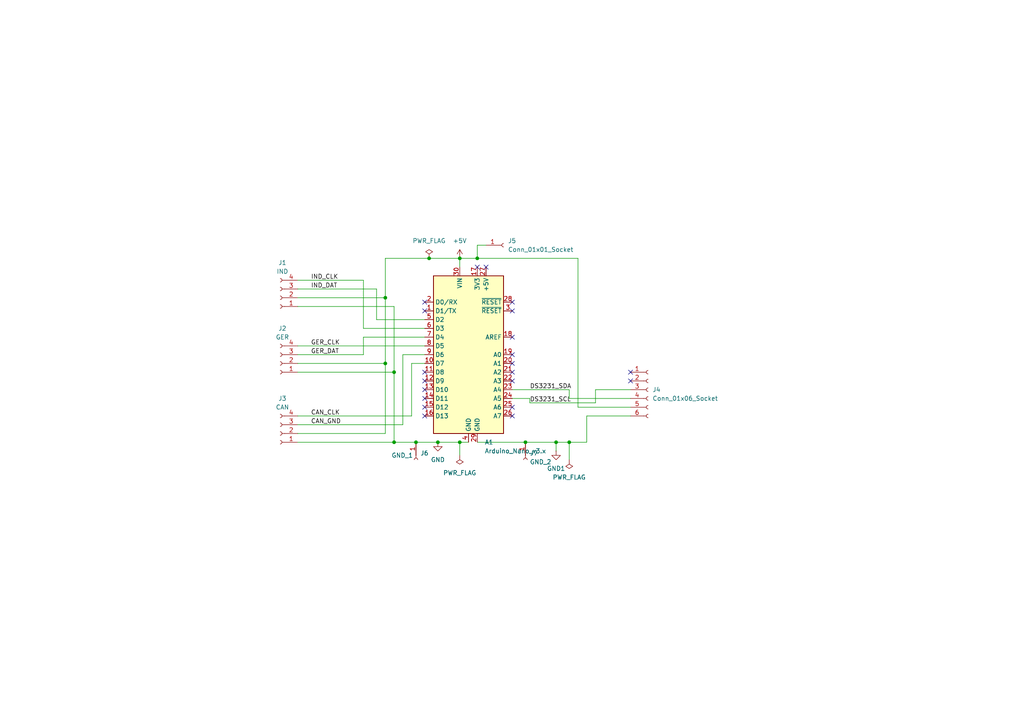
<source format=kicad_sch>
(kicad_sch (version 20250114) (generator "eeschema") (generator_version "9.0")
  (paper "A4")
  (title_block (title "Multi-Clock-Arduino") (date "2025-10-19") (rev "0.1"))
  (lib_symbols
    (symbol "Connector:Conn_01x01_Socket" (pin_names (offset 1.016) (hide yes))
      (property "Reference" "J" (at 0 2.54 0))
      (property "Value" "Conn_01x01_Socket" (at 0 -2.54 0))
      (symbol "Conn_01x01_Socket_1_1"
        (polyline (pts (xy -1.27 0) (xy -0.508 0)) (stroke (width 0.1524)))
        (arc (start 0 -0.508) (mid -0.5058 0) (end 0 0.508) (stroke (width 0.1524)))
        (pin passive line (at -5.08 0 0) (length 3.81) (name "Pin_1") (number "1"))
      )
    )
    (symbol "Connector:Conn_01x04_Socket" (pin_names (offset 1.016) (hide yes))
      (property "Reference" "J" (at 0 5.08 0))
      (property "Value" "Conn_01x04_Socket" (at 0 -7.62 0))
      (symbol "Conn_01x04_Socket_1_1"
        (polyline (pts (xy -1.27 2.54) (xy -0.508 2.54)) (stroke (width 0.1524)))
        (polyline (pts (xy -1.27 0) (xy -0.508 0)) (stroke (width 0.1524)))
        (polyline (pts (xy -1.27 -2.54) (xy -0.508 -2.54)) (stroke (width 0.1524)))
        (polyline (pts (xy -1.27 -5.08) (xy -0.508 -5.08)) (stroke (width 0.1524)))
        (arc (start 0 2.032) (mid -0.5058 2.54) (end 0 3.048) (stroke (width 0.1524)))
        (arc (start 0 -0.508) (mid -0.5058 0) (end 0 0.508) (stroke (width 0.1524)))
        (arc (start 0 -3.048) (mid -0.5058 -2.54) (end 0 -2.032) (stroke (width 0.1524)))
        (arc (start 0 -5.588) (mid -0.5058 -5.08) (end 0 -4.572) (stroke (width 0.1524)))
        (pin passive line (at -5.08 2.54 0) (length 3.81) (name "Pin_1") (number "1"))
        (pin passive line (at -5.08 0 0) (length 3.81) (name "Pin_2") (number "2"))
        (pin passive line (at -5.08 -2.54 0) (length 3.81) (name "Pin_3") (number "3"))
        (pin passive line (at -5.08 -5.08 0) (length 3.81) (name "Pin_4") (number "4"))
      )
    )
    (symbol "Connector:Conn_01x06_Socket" (pin_names (offset 1.016) (hide yes))
      (property "Reference" "J" (at 0 7.62 0))
      (property "Value" "Conn_01x06_Socket" (at 0 -10.16 0))
      (symbol "Conn_01x06_Socket_1_1"
        (polyline (pts (xy -1.27 5.08) (xy -0.508 5.08)) (stroke (width 0.1524)))
        (polyline (pts (xy -1.27 2.54) (xy -0.508 2.54)) (stroke (width 0.1524)))
        (polyline (pts (xy -1.27 0) (xy -0.508 0)) (stroke (width 0.1524)))
        (polyline (pts (xy -1.27 -2.54) (xy -0.508 -2.54)) (stroke (width 0.1524)))
        (polyline (pts (xy -1.27 -5.08) (xy -0.508 -5.08)) (stroke (width 0.1524)))
        (polyline (pts (xy -1.27 -7.62) (xy -0.508 -7.62)) (stroke (width 0.1524)))
        (arc (start 0 4.572) (mid -0.5058 5.08) (end 0 5.588) (stroke (width 0.1524)))
        (arc (start 0 2.032) (mid -0.5058 2.54) (end 0 3.048) (stroke (width 0.1524)))
        (arc (start 0 -0.508) (mid -0.5058 0) (end 0 0.508) (stroke (width 0.1524)))
        (arc (start 0 -3.048) (mid -0.5058 -2.54) (end 0 -2.032) (stroke (width 0.1524)))
        (arc (start 0 -5.588) (mid -0.5058 -5.08) (end 0 -4.572) (stroke (width 0.1524)))
        (arc (start 0 -8.128) (mid -0.5058 -7.62) (end 0 -7.112) (stroke (width 0.1524)))
        (pin passive line (at -5.08 5.08 0) (length 3.81) (name "Pin_1") (number "1"))
        (pin passive line (at -5.08 2.54 0) (length 3.81) (name "Pin_2") (number "2"))
        (pin passive line (at -5.08 0 0) (length 3.81) (name "Pin_3") (number "3"))
        (pin passive line (at -5.08 -2.54 0) (length 3.81) (name "Pin_4") (number "4"))
        (pin passive line (at -5.08 -5.08 0) (length 3.81) (name "Pin_5") (number "5"))
        (pin passive line (at -5.08 -7.62 0) (length 3.81) (name "Pin_6") (number "6"))
      )
    )
    (symbol "MCU_Module:Arduino_Nano_v3.x"
      (property "Reference" "A" (at -10.16 23.495 0))
      (property "Value" "Arduino_Nano_v3.x" (at 5.08 -24.13 0))
      (symbol "Arduino_Nano_v3.x_0_1"
        (rectangle (start -10.16 22.86) (end 10.16 -22.86) (stroke (width 0.254)) (fill (type background)))
      )
      (symbol "Arduino_Nano_v3.x_1_1"
        (pin bidirectional line (at -12.7 15.24 0) (length 2.54) (name "D0/RX") (number "2"))
        (pin bidirectional line (at -12.7 12.7 0) (length 2.54) (name "D1/TX") (number "1"))
        (pin bidirectional line (at -12.7 10.16 0) (length 2.54) (name "D2") (number "5"))
        (pin bidirectional line (at -12.7 7.62 0) (length 2.54) (name "D3") (number "6"))
        (pin bidirectional line (at -12.7 5.08 0) (length 2.54) (name "D4") (number "7"))
        (pin bidirectional line (at -12.7 2.54 0) (length 2.54) (name "D5") (number "8"))
        (pin bidirectional line (at -12.7 0 0) (length 2.54) (name "D6") (number "9"))
        (pin bidirectional line (at -12.7 -2.54 0) (length 2.54) (name "D7") (number "10"))
        (pin bidirectional line (at -12.7 -5.08 0) (length 2.54) (name "D8") (number "11"))
        (pin bidirectional line (at -12.7 -7.62 0) (length 2.54) (name "D9") (number "12"))
        (pin bidirectional line (at -12.7 -10.16 0) (length 2.54) (name "D10") (number "13"))
        (pin bidirectional line (at -12.7 -12.7 0) (length 2.54) (name "D11") (number "14"))
        (pin bidirectional line (at -12.7 -15.24 0) (length 2.54) (name "D12") (number "15"))
        (pin bidirectional line (at -12.7 -17.78 0) (length 2.54) (name "D13") (number "16"))
        (pin power_in line (at -2.54 25.4 270) (length 2.54) (name "VIN") (number "30"))
        (pin power_in line (at 0 -25.4 90) (length 2.54) (name "GND") (number "4"))
        (pin power_out line (at 2.54 25.4 270) (length 2.54) (name "3V3") (number "17"))
        (pin power_in line (at 2.54 -25.4 90) (length 2.54) (name "GND") (number "29"))
        (pin power_out line (at 5.08 25.4 270) (length 2.54) (name "+5V") (number "27"))
        (pin input line (at 12.7 15.24 180) (length 2.54) (name "~{RESET}") (number "28"))
        (pin input line (at 12.7 12.7 180) (length 2.54) (name "~{RESET}") (number "3"))
        (pin input line (at 12.7 5.08 180) (length 2.54) (name "AREF") (number "18"))
        (pin bidirectional line (at 12.7 0 180) (length 2.54) (name "A0") (number "19"))
        (pin bidirectional line (at 12.7 -2.54 180) (length 2.54) (name "A1") (number "20"))
        (pin bidirectional line (at 12.7 -5.08 180) (length 2.54) (name "A2") (number "21"))
        (pin bidirectional line (at 12.7 -7.62 180) (length 2.54) (name "A3") (number "22"))
        (pin bidirectional line (at 12.7 -10.16 180) (length 2.54) (name "A4") (number "23"))
        (pin bidirectional line (at 12.7 -12.7 180) (length 2.54) (name "A5") (number "24"))
        (pin bidirectional line (at 12.7 -15.24 180) (length 2.54) (name "A6") (number "25"))
        (pin bidirectional line (at 12.7 -17.78 180) (length 2.54) (name "A7") (number "26"))
      )
    )
    (symbol "power:+5V" (power) (pin_numbers (hide yes)) (pin_names (offset 0) (hide yes))
      (property "Value" "+5V" (at 0 3.556 0))
      (symbol "+5V_0_1"
        (polyline (pts (xy -0.762 1.27) (xy 0 2.54)))
        (polyline (pts (xy 0 2.54) (xy 0.762 1.27)))
        (polyline (pts (xy 0 0) (xy 0 2.54)))
      )
      (symbol "+5V_1_1"
        (pin power_in line (at 0 0 90) (length 0) (name "~") (number "1"))
      )
    )
    (symbol "power:GND" (power) (pin_numbers (hide yes)) (pin_names (offset 0) (hide yes))
      (property "Value" "GND" (at 0 -3.81 0))
      (symbol "GND_0_1"
        (polyline (pts (xy 0 0) (xy 0 -1.27) (xy 1.27 -1.27) (xy 0 -2.54) (xy -1.27 -1.27) (xy 0 -1.27)))
      )
      (symbol "GND_1_1"
        (pin power_in line (at 0 0 270) (length 0) (name "~") (number "1"))
      )
    )
    (symbol "power:GND1" (power) (pin_numbers (hide yes)) (pin_names (offset 0) (hide yes))
      (property "Value" "GND1" (at 0 -3.81 0))
      (symbol "GND1_0_1"
        (polyline (pts (xy 0 0) (xy 0 -1.27) (xy 1.27 -1.27) (xy 0 -2.54) (xy -1.27 -1.27) (xy 0 -1.27)))
      )
      (symbol "GND1_1_1"
        (pin power_in line (at 0 0 270) (length 0) (name "~") (number "1"))
      )
    )
    (symbol "power:PWR_FLAG" (power) (pin_numbers (hide yes)) (pin_names (offset 0) (hide yes))
      (property "Value" "PWR_FLAG" (at 0 3.81 0))
      (symbol "PWR_FLAG_0_0"
        (pin power_out line (at 0 0 90) (length 0) (name "~") (number "1"))
      )
      (symbol "PWR_FLAG_0_1"
        (polyline (pts (xy 0 0) (xy 0 1.27) (xy -1.016 1.905) (xy 0 2.54) (xy 1.016 1.905) (xy 0 1.27)))
      )
    )
  )
  (junction (at 114.3 128.27))
  (junction (at 133.35 74.93))
  (junction (at 124.46 74.93))
  (junction (at 165.1 128.27))
  (junction (at 161.29 128.27))
  (junction (at 111.76 86.36))
  (junction (at 111.76 105.41))
  (junction (at 114.3 107.95))
  (junction (at 152.4 128.27))
  (junction (at 120.65 128.27))
  (junction (at 138.43 74.93))
  (junction (at 127 128.27))
  (junction (at 133.35 128.27))
  (no_connect (at 140.97 77.47))
  (no_connect (at 123.19 120.65))
  (no_connect (at 123.19 87.63))
  (no_connect (at 123.19 115.57))
  (no_connect (at 123.19 90.17))
  (no_connect (at 148.59 105.41))
  (no_connect (at 148.59 90.17))
  (no_connect (at 148.59 110.49))
  (no_connect (at 182.88 110.49))
  (no_connect (at 123.19 113.03))
  (no_connect (at 148.59 97.79))
  (no_connect (at 148.59 118.11))
  (no_connect (at 138.43 77.47))
  (no_connect (at 148.59 87.63))
  (no_connect (at 148.59 120.65))
  (no_connect (at 148.59 107.95))
  (no_connect (at 123.19 110.49))
  (no_connect (at 182.88 107.95))
  (no_connect (at 123.19 107.95))
  (no_connect (at 123.19 118.11))
  (no_connect (at 148.59 102.87))
  (wire (pts (xy 182.88 115.57) (xy 165.1 115.57)))
  (wire (pts (xy 138.43 74.93) (xy 167.64 74.93)))
  (wire (pts (xy 86.36 120.65) (xy 119.38 120.65)))
  (wire (pts (xy 109.22 83.82) (xy 109.22 92.71)))
  (wire (pts (xy 86.36 125.73) (xy 111.76 125.73)))
  (wire (pts (xy 86.36 81.28) (xy 105.41 81.28)))
  (wire (pts (xy 165.1 128.27) (xy 165.1 133.35)))
  (wire (pts (xy 152.4 128.27) (xy 138.43 128.27)))
  (wire (pts (xy 86.36 128.27) (xy 114.3 128.27)))
  (wire (pts (xy 161.29 128.27) (xy 152.4 128.27)))
  (wire (pts (xy 111.76 125.73) (xy 111.76 105.41)))
  (wire (pts (xy 116.84 123.19) (xy 116.84 102.87)))
  (wire (pts (xy 105.41 97.79) (xy 123.19 97.79)))
  (wire (pts (xy 148.59 113.03) (xy 165.1 113.03)))
  (wire (pts (xy 119.38 120.65) (xy 119.38 105.41)))
  (wire (pts (xy 111.76 86.36) (xy 111.76 74.93)))
  (wire (pts (xy 86.36 83.82) (xy 109.22 83.82)))
  (wire (pts (xy 172.72 113.03) (xy 172.72 116.84)))
  (wire (pts (xy 86.36 100.33) (xy 123.19 100.33)))
  (wire (pts (xy 86.36 123.19) (xy 116.84 123.19)))
  (wire (pts (xy 127 128.27) (xy 133.35 128.27)))
  (wire (pts (xy 170.18 120.65) (xy 170.18 128.27)))
  (wire (pts (xy 119.38 105.41) (xy 123.19 105.41)))
  (wire (pts (xy 133.35 128.27) (xy 135.89 128.27)))
  (wire (pts (xy 148.59 115.57) (xy 153.67 115.57)))
  (wire (pts (xy 86.36 102.87) (xy 105.41 102.87)))
  (wire (pts (xy 120.65 128.27) (xy 127 128.27)))
  (wire (pts (xy 138.43 71.12) (xy 138.43 74.93)))
  (wire (pts (xy 105.41 81.28) (xy 105.41 95.25)))
  (wire (pts (xy 153.67 116.84) (xy 153.67 115.57)))
  (wire (pts (xy 116.84 102.87) (xy 123.19 102.87)))
  (wire (pts (xy 133.35 128.27) (xy 133.35 132.08)))
  (wire (pts (xy 182.88 113.03) (xy 172.72 113.03)))
  (wire (pts (xy 124.46 74.93) (xy 133.35 74.93)))
  (wire (pts (xy 170.18 128.27) (xy 165.1 128.27)))
  (wire (pts (xy 182.88 118.11) (xy 167.64 118.11)))
  (wire (pts (xy 172.72 116.84) (xy 153.67 116.84)))
  (wire (pts (xy 105.41 95.25) (xy 123.19 95.25)))
  (wire (pts (xy 86.36 86.36) (xy 111.76 86.36)))
  (wire (pts (xy 161.29 128.27) (xy 161.29 130.81)))
  (wire (pts (xy 105.41 102.87) (xy 105.41 97.79)))
  (wire (pts (xy 167.64 118.11) (xy 167.64 74.93)))
  (wire (pts (xy 114.3 128.27) (xy 120.65 128.27)))
  (wire (pts (xy 111.76 105.41) (xy 111.76 86.36)))
  (wire (pts (xy 140.97 71.12) (xy 138.43 71.12)))
  (wire (pts (xy 165.1 128.27) (xy 161.29 128.27)))
  (wire (pts (xy 86.36 105.41) (xy 111.76 105.41)))
  (wire (pts (xy 114.3 88.9) (xy 114.3 107.95)))
  (wire (pts (xy 86.36 107.95) (xy 114.3 107.95)))
  (wire (pts (xy 86.36 88.9) (xy 114.3 88.9)))
  (wire (pts (xy 114.3 107.95) (xy 114.3 128.27)))
  (wire (pts (xy 182.88 120.65) (xy 170.18 120.65)))
  (wire (pts (xy 133.35 74.93) (xy 133.35 77.47)))
  (wire (pts (xy 109.22 92.71) (xy 123.19 92.71)))
  (wire (pts (xy 165.1 115.57) (xy 165.1 113.03)))
  (wire (pts (xy 111.76 74.93) (xy 124.46 74.93)))
  (wire (pts (xy 133.35 74.93) (xy 138.43 74.93)))
  (label "CAN_CLK" (at 90.17 120.65 0))
  (label "GER_CLK" (at 90.17 100.33 0))
  (label "DS3231_SCL" (at 153.67 116.84 0))
  (label "DS3231_SDA" (at 153.67 113.03 0))
  (label "GER_DAT" (at 90.17 102.87 0))
  (label "CAN_GND" (at 90.17 123.19 0))
  (label "IND_DAT" (at 90.17 83.82 0))
  (label "IND_CLK" (at 90.17 81.28 0))
  (symbol (lib_id "Connector:Conn_01x01_Socket") (at 152.4 133.35 270) (unit 1)
    (property "Reference" "J7" (at 153.67 131.4449 90) (effects (justify left)))
    (property "Value" "GND_2" (at 153.67 133.9849 90) (effects (justify left)))
    (property "Footprint" "Connector_PinSocket_2.54mm:PinSocket_1x01_P2.54mm_Vertical" (effects (hide yes)))
    (property "Description" "Generic connector, single row, 01x01, script generated" (effects (hide yes)))
  )
  (symbol (lib_id "power:GND") (at 127 128.27 0) (unit 1)
    (property "Reference" "#PWR02" (effects (hide yes)))
    (property "Value" "GND" (at 127 133.35 0))
    (property "Description" "Power symbol creates a global label with name \"GND\" , ground" (effects (hide yes)))
  )
  (symbol (lib_id "power:PWR_FLAG") (at 124.46 74.93 0) (unit 1)
    (property "Reference" "#FLG01" (effects (hide yes)))
    (property "Value" "PWR_FLAG" (at 124.46 69.85 0))
    (property "Description" "Special symbol for telling ERC where power comes from" (effects (hide yes)))
  )
  (symbol (lib_id "Connector:Conn_01x01_Socket") (at 146.05 71.12 0) (unit 1)
    (property "Reference" "J5" (at 147.32 69.8499 0) (effects (justify left)))
    (property "Value" "Conn_01x01_Socket" (at 147.32 72.3899 0) (effects (justify left)))
    (property "Footprint" "Connector_PinSocket_2.54mm:PinSocket_1x01_P2.54mm_Vertical" (effects (hide yes)))
    (property "Description" "Generic connector, single row, 01x01, script generated" (effects (hide yes)))
  )
  (symbol (lib_id "power:PWR_FLAG") (at 165.1 133.35 180) (unit 1)
    (property "Reference" "#FLG03" (effects (hide yes)))
    (property "Value" "PWR_FLAG" (at 165.1 138.43 0))
    (property "Description" "Special symbol for telling ERC where power comes from" (effects (hide yes)))
  )
  (symbol (lib_id "Connector:Conn_01x06_Socket") (at 187.96 113.03 0) (unit 1)
    (property "Reference" "J4" (at 189.23 113.0299 0) (effects (justify left)))
    (property "Value" "Conn_01x06_Socket" (at 189.23 115.5699 0) (effects (justify left)))
    (property "Footprint" "Connector_PinSocket_2.54mm:PinSocket_1x06_P2.54mm_Vertical" (effects (hide yes)))
    (property "Description" "Generic connector, single row, 01x06, script generated" (effects (hide yes)))
  )
  (symbol (lib_id "power:GND1") (at 161.29 130.81 0) (unit 1)
    (property "Reference" "#PWR03" (effects (hide yes)))
    (property "Value" "GND1" (at 161.29 135.89 0))
    (property "Description" "Power symbol creates a global label with name \"GND1\" , ground" (effects (hide yes)))
  )
  (symbol (lib_id "Connector:Conn_01x04_Socket") (at 81.28 125.73 180) (unit 1)
    (property "Reference" "J3" (at 81.915 115.57 0))
    (property "Value" "CAN" (at 81.915 118.11 0))
    (property "Footprint" "Connector_PinSocket_2.54mm:PinSocket_1x04_P2.54mm_Vertical" (effects (hide yes)))
    (property "Description" "Generic connector, single row, 01x04, script generated" (effects (hide yes)))
  )
  (symbol (lib_id "Connector:Conn_01x01_Socket") (at 120.65 133.35 270) (unit 1)
    (property "Reference" "J6" (at 121.92 131.4449 90) (effects (justify left)))
    (property "Value" "GND_1" (at 113.538 132.08 90) (effects (justify left)))
    (property "Footprint" "Connector_PinSocket_2.54mm:PinSocket_1x01_P2.54mm_Vertical" (effects (hide yes)))
    (property "Description" "Generic connector, single row, 01x01, script generated" (effects (hide yes)))
  )
  (symbol (lib_id "MCU_Module:Arduino_Nano_v3.x") (at 135.89 102.87 0) (unit 1)
    (property "Reference" "A1" (at 140.5733 128.27 0) (effects (justify left)))
    (property "Value" "Arduino_Nano_v3.x" (at 140.5733 130.81 0) (effects (justify left)))
    (property "Footprint" "Module:Arduino_Nano" (effects (hide yes)))
    (property "Datasheet" "http://www.mouser.com/pdfdocs/Gravitech_Arduino_Nano3_0.pdf" (effects (hide yes)))
    (property "Description" "Arduino Nano v3.x" (effects (hide yes)))
  )
  (symbol (lib_id "Connector:Conn_01x04_Socket") (at 81.28 86.36 180) (unit 1)
    (property "Reference" "J1" (at 81.915 76.2 0))
    (property "Value" "IND" (at 81.915 78.74 0))
    (property "Footprint" "Connector_PinSocket_2.54mm:PinSocket_1x04_P2.54mm_Vertical" (effects (hide yes)))
    (property "Description" "Generic connector, single row, 01x04, script generated" (effects (hide yes)))
  )
  (symbol (lib_id "power:+5V") (at 133.35 74.93 0) (unit 1)
    (property "Reference" "#PWR01" (effects (hide yes)))
    (property "Value" "+5V" (at 133.35 69.85 0))
    (property "Description" "Power symbol creates a global label with name \"+5V\"" (effects (hide yes)))
  )
  (symbol (lib_id "Connector:Conn_01x04_Socket") (at 81.28 105.41 180) (unit 1)
    (property "Reference" "J2" (at 81.915 95.25 0))
    (property "Value" "GER" (at 81.915 97.79 0))
    (property "Footprint" "Connector_PinSocket_2.54mm:PinSocket_1x04_P2.54mm_Vertical" (effects (hide yes)))
    (property "Description" "Generic connector, single row, 01x04, script generated" (effects (hide yes)))
  )
  (symbol (lib_id "power:PWR_FLAG") (at 133.35 132.08 180) (unit 1)
    (property "Reference" "#FLG02" (effects (hide yes)))
    (property "Value" "PWR_FLAG" (at 133.35 137.16 0))
    (property "Description" "Special symbol for telling ERC where power comes from" (effects (hide yes)))
  )
)
</source>
